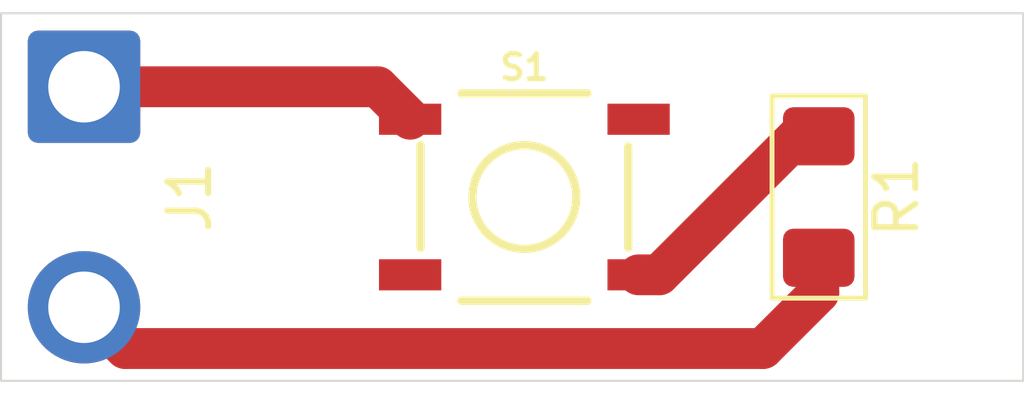
<source format=kicad_pcb>
(kicad_pcb (version 20221018) (generator pcbnew)
  (layers (0 "F.Cu" signal) (31 "B.Cu" signal) (34 "B.Paste" user) (35 "F.Paste" user) (36 "B.SilkS" user "B.Silkscreen") (37 "F.SilkS" user "F.Silkscreen") (38 "B.Mask" user) (39 "F.Mask" user) (44 "Edge.Cuts" user))
  (net 0 "")
  (net 1 "Net-(R1-Pad1)")
  (net 2 "Net-(J1-Pin_2)")
  (net 3 "Net-(J1-Pin_1)")
  (footprint "Connector_Wire:SolderWire-1sqmm_1x02_P5.4mm_D1.4mm_OD2.7mm" (layer "F.Cu") (at 102.03 51.8 -90)
    (fp_text reference "J1" (at 2.7 -2.58 90) (layer "F.SilkS"))
    (fp_text value "Conn_01x02_Pin" hide)
    (pad "1" thru_hole roundrect (at 0 0 270) (size 2.75 2.75) (drill 1.75) (layers "*.Cu" "*.Mask") (roundrect_rratio 0.09090909091) (net 3 "Net-(J1-Pin_1)"))
    (pad "2" thru_hole circle (at 5.4 0 270) (size 2.75 2.75) (drill 1.75) (layers "*.Cu" "*.Mask") (net 2 "Net-(J1-Pin_2)"))
  )
  (footprint "Resistor_SMD_AKL:R_1206_3216Metric_Pad1.42x1.75mm_HandSolder" (layer "F.Cu") (at 120 54.5 -90)
    (fp_text reference "R1" (at 0 -1.905 90) (layer "F.SilkS"))
    (fp_text value "1k" hide)
    (fp_line (start -2.4765 -1.143) (end -2.4765 1.143) (stroke (width 0.12)) (layer "F.SilkS"))
    (fp_line (start -2.4765 1.143) (end 2.4765 1.143) (stroke (width 0.12)) (layer "F.SilkS"))
    (fp_line (start 2.4765 -1.143) (end -2.4765 -1.143) (stroke (width 0.12)) (layer "F.SilkS"))
    (fp_line (start 2.4765 1.143) (end 2.4765 -1.143) (stroke (width 0.12)) (layer "F.SilkS"))
    (pad "1" smd roundrect (at -1.4875 0 270) (size 1.425 1.75) (layers "F.Cu" "F.Paste" "F.Mask") (roundrect_rratio 0.1754392982) (net 1 "Net-(R1-Pad1)"))
    (pad "2" smd roundrect (at 1.4875 0 270) (size 1.425 1.75) (layers "F.Cu" "F.Paste" "F.Mask") (roundrect_rratio 0.1754392982) (net 2 "Net-(J1-Pin_2)"))
  )
  (footprint "Switches:TACTILE_SWITCH_SMD_5.2MM" (layer "F.Cu") (at 112.8 54.5)
    (fp_text reference "S1" (at 0 -3.175) (layer "F.SilkS") (effects (font (size 0.6096 0.6096) (thickness 0.127))))
    (fp_text value "MOMENTARY-SWITCH-SPST-2-SMD-5.2MM" hide)
    (fp_line (start -2.54 1.23952) (end -2.54 -1.27) (stroke (width 0.2032)) (layer "F.SilkS"))
    (fp_line (start -1.53924 -2.54) (end 1.53924 -2.54) (stroke (width 0.2032)) (layer "F.SilkS"))
    (fp_line (start 1.53924 2.54) (end -1.53924 2.54) (stroke (width 0.2032)) (layer "F.SilkS"))
    (fp_line (start 2.54 -1.23952) (end 2.54 1.23952) (stroke (width 0.2032)) (layer "F.SilkS"))
    (fp_circle (center 0 0) (end 0 -1.27) (stroke (width 0.2032)) (fill none) (layer "F.SilkS"))
    (pad "1" smd rect (at -2.794 -1.905 90) (size 0.762 1.524) (layers "F.Cu" "F.Paste" "F.Mask") (net 3 "Net-(J1-Pin_1)"))
    (pad "2" smd rect (at 2.794 -1.905 90) (size 0.762 1.524) (layers "F.Cu" "F.Paste" "F.Mask"))
    (pad "3" smd rect (at -2.794 1.905 90) (size 0.762 1.524) (layers "F.Cu" "F.Paste" "F.Mask"))
    (pad "4" smd rect (at 2.794 1.905 90) (size 0.762 1.524) (layers "F.Cu" "F.Paste" "F.Mask") (net 1 "Net-(R1-Pad1)"))
  )
  (gr_rect locked (start 100 50) (end 125 59) (stroke (width 0.05)) (fill none) (layer "Edge.Cuts"))
  (segment (start 116.095 56.405) (end 119.4875 53.0125) (width 1) (layer "F.Cu") (net 1))
  (segment (start 119.4875 53.0125) (end 120 53.0125) (width 1) (layer "F.Cu") (net 1))
  (segment (start 115.594 56.405) (end 116.095 56.405) (width 1) (layer "F.Cu") (net 1))
  (segment (start 120 55.9875) (end 120 56.845) (width 1) (layer "F.Cu") (net 2))
  (segment (start 118.635 58.21) (end 103.04 58.21) (width 1) (layer "F.Cu") (net 2))
  (segment (start 120 56.845) (end 118.635 58.21) (width 1) (layer "F.Cu") (net 2))
  (segment (start 103.04 58.21) (end 102.03 57.2) (width 1) (layer "F.Cu") (net 2))
  (segment (start 109.211 51.8) (end 110.006 52.595) (width 1) (layer "F.Cu") (net 3))
  (segment (start 102.03 51.8) (end 109.211 51.8) (width 1) (layer "F.Cu") (net 3))
)
</source>
